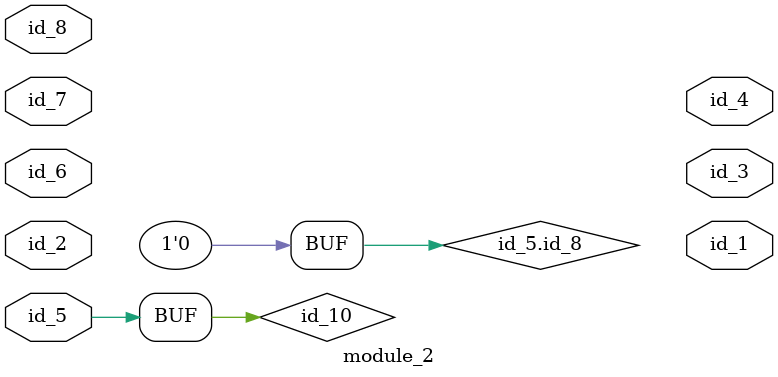
<source format=v>
module module_0 (
    id_1,
    id_2,
    id_3,
    id_4
);
  inout wire id_4;
  inout wire id_3;
  inout wire id_2;
  output wire id_1;
  wire id_5;
endmodule
module module_1;
  assign id_1 = -1'h0;
  assign id_2 = 1'b0;
  module_0 modCall_1 (
      id_2,
      id_1,
      id_1,
      id_2
  );
endmodule
module module_2 (
    id_1,
    id_2,
    id_3,
    id_4,
    id_5,
    id_6,
    id_7,
    id_8
);
  input wire id_8;
  input wire id_7;
  input wire id_6;
  inout wire id_5;
  output wire id_4;
  output wire id_3;
  input wire id_2;
  output wire id_1;
  initial id_5.id_8 <= -1 !== -1;
  wire id_9;
  reg  id_10;
  wire id_11, id_12;
  module_0 modCall_1 (
      id_11,
      id_11,
      id_9,
      id_12
  );
  assign id_10 = id_5;
endmodule

</source>
